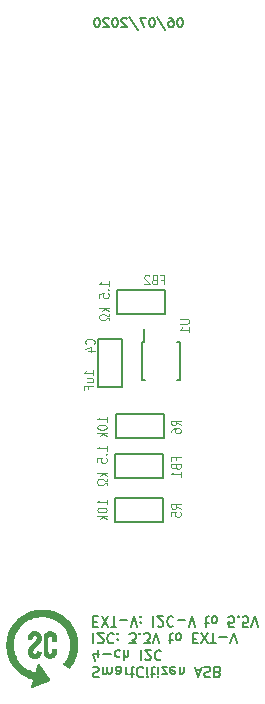
<source format=gbr>
G04 #@! TF.GenerationSoftware,KiCad,Pcbnew,(5.1.5-0-10_14)*
G04 #@! TF.CreationDate,2020-07-07T18:08:04+02:00*
G04 #@! TF.ProjectId,smartcitizen-adc-4-ch,736d6172-7463-4697-9469-7a656e2d6164,rev?*
G04 #@! TF.SameCoordinates,Original*
G04 #@! TF.FileFunction,Legend,Bot*
G04 #@! TF.FilePolarity,Positive*
%FSLAX46Y46*%
G04 Gerber Fmt 4.6, Leading zero omitted, Abs format (unit mm)*
G04 Created by KiCad (PCBNEW (5.1.5-0-10_14)) date 2020-07-07 18:08:04*
%MOMM*%
%LPD*%
G04 APERTURE LIST*
%ADD10C,0.150000*%
%ADD11C,0.200000*%
%ADD12C,0.010000*%
%ADD13C,0.127000*%
%ADD14C,0.120000*%
G04 APERTURE END LIST*
D10*
X152659404Y-110993452D02*
X152780833Y-110952976D01*
X152983214Y-110952976D01*
X153064166Y-110993452D01*
X153104642Y-111033928D01*
X153145119Y-111114880D01*
X153145119Y-111195833D01*
X153104642Y-111276785D01*
X153064166Y-111317261D01*
X152983214Y-111357738D01*
X152821309Y-111398214D01*
X152740357Y-111438690D01*
X152699880Y-111479166D01*
X152659404Y-111560119D01*
X152659404Y-111641071D01*
X152699880Y-111722023D01*
X152740357Y-111762500D01*
X152821309Y-111802976D01*
X153023690Y-111802976D01*
X153145119Y-111762500D01*
X153509404Y-110952976D02*
X153509404Y-111519642D01*
X153509404Y-111438690D02*
X153549880Y-111479166D01*
X153630833Y-111519642D01*
X153752261Y-111519642D01*
X153833214Y-111479166D01*
X153873690Y-111398214D01*
X153873690Y-110952976D01*
X153873690Y-111398214D02*
X153914166Y-111479166D01*
X153995119Y-111519642D01*
X154116547Y-111519642D01*
X154197500Y-111479166D01*
X154237976Y-111398214D01*
X154237976Y-110952976D01*
X155007023Y-110952976D02*
X155007023Y-111398214D01*
X154966547Y-111479166D01*
X154885595Y-111519642D01*
X154723690Y-111519642D01*
X154642738Y-111479166D01*
X155007023Y-110993452D02*
X154926071Y-110952976D01*
X154723690Y-110952976D01*
X154642738Y-110993452D01*
X154602261Y-111074404D01*
X154602261Y-111155357D01*
X154642738Y-111236309D01*
X154723690Y-111276785D01*
X154926071Y-111276785D01*
X155007023Y-111317261D01*
X155411785Y-110952976D02*
X155411785Y-111519642D01*
X155411785Y-111357738D02*
X155452261Y-111438690D01*
X155492738Y-111479166D01*
X155573690Y-111519642D01*
X155654642Y-111519642D01*
X155816547Y-111519642D02*
X156140357Y-111519642D01*
X155937976Y-111802976D02*
X155937976Y-111074404D01*
X155978452Y-110993452D01*
X156059404Y-110952976D01*
X156140357Y-110952976D01*
X156909404Y-111033928D02*
X156868928Y-110993452D01*
X156747500Y-110952976D01*
X156666547Y-110952976D01*
X156545119Y-110993452D01*
X156464166Y-111074404D01*
X156423690Y-111155357D01*
X156383214Y-111317261D01*
X156383214Y-111438690D01*
X156423690Y-111600595D01*
X156464166Y-111681547D01*
X156545119Y-111762500D01*
X156666547Y-111802976D01*
X156747500Y-111802976D01*
X156868928Y-111762500D01*
X156909404Y-111722023D01*
X157273690Y-110952976D02*
X157273690Y-111519642D01*
X157273690Y-111802976D02*
X157233214Y-111762500D01*
X157273690Y-111722023D01*
X157314166Y-111762500D01*
X157273690Y-111802976D01*
X157273690Y-111722023D01*
X157557023Y-111519642D02*
X157880833Y-111519642D01*
X157678452Y-111802976D02*
X157678452Y-111074404D01*
X157718928Y-110993452D01*
X157799880Y-110952976D01*
X157880833Y-110952976D01*
X158164166Y-110952976D02*
X158164166Y-111519642D01*
X158164166Y-111802976D02*
X158123690Y-111762500D01*
X158164166Y-111722023D01*
X158204642Y-111762500D01*
X158164166Y-111802976D01*
X158164166Y-111722023D01*
X158487976Y-111519642D02*
X158933214Y-111519642D01*
X158487976Y-110952976D01*
X158933214Y-110952976D01*
X159580833Y-110993452D02*
X159499880Y-110952976D01*
X159337976Y-110952976D01*
X159257023Y-110993452D01*
X159216547Y-111074404D01*
X159216547Y-111398214D01*
X159257023Y-111479166D01*
X159337976Y-111519642D01*
X159499880Y-111519642D01*
X159580833Y-111479166D01*
X159621309Y-111398214D01*
X159621309Y-111317261D01*
X159216547Y-111236309D01*
X159985595Y-111519642D02*
X159985595Y-110952976D01*
X159985595Y-111438690D02*
X160026071Y-111479166D01*
X160107023Y-111519642D01*
X160228452Y-111519642D01*
X160309404Y-111479166D01*
X160349880Y-111398214D01*
X160349880Y-110952976D01*
X161361785Y-111195833D02*
X161766547Y-111195833D01*
X161280833Y-110952976D02*
X161564166Y-111802976D01*
X161847500Y-110952976D01*
X162090357Y-110993452D02*
X162211785Y-110952976D01*
X162414166Y-110952976D01*
X162495119Y-110993452D01*
X162535595Y-111033928D01*
X162576071Y-111114880D01*
X162576071Y-111195833D01*
X162535595Y-111276785D01*
X162495119Y-111317261D01*
X162414166Y-111357738D01*
X162252261Y-111398214D01*
X162171309Y-111438690D01*
X162130833Y-111479166D01*
X162090357Y-111560119D01*
X162090357Y-111641071D01*
X162130833Y-111722023D01*
X162171309Y-111762500D01*
X162252261Y-111802976D01*
X162454642Y-111802976D01*
X162576071Y-111762500D01*
X163223690Y-111398214D02*
X163345119Y-111357738D01*
X163385595Y-111317261D01*
X163426071Y-111236309D01*
X163426071Y-111114880D01*
X163385595Y-111033928D01*
X163345119Y-110993452D01*
X163264166Y-110952976D01*
X162940357Y-110952976D01*
X162940357Y-111802976D01*
X163223690Y-111802976D01*
X163304642Y-111762500D01*
X163345119Y-111722023D01*
X163385595Y-111641071D01*
X163385595Y-111560119D01*
X163345119Y-111479166D01*
X163304642Y-111438690D01*
X163223690Y-111398214D01*
X162940357Y-111398214D01*
X153064166Y-110094642D02*
X153064166Y-109527976D01*
X152861785Y-110418452D02*
X152659404Y-109811309D01*
X153185595Y-109811309D01*
X153509404Y-109851785D02*
X154157023Y-109851785D01*
X154926071Y-109568452D02*
X154845119Y-109527976D01*
X154683214Y-109527976D01*
X154602261Y-109568452D01*
X154561785Y-109608928D01*
X154521309Y-109689880D01*
X154521309Y-109932738D01*
X154561785Y-110013690D01*
X154602261Y-110054166D01*
X154683214Y-110094642D01*
X154845119Y-110094642D01*
X154926071Y-110054166D01*
X155290357Y-109527976D02*
X155290357Y-110377976D01*
X155654642Y-109527976D02*
X155654642Y-109973214D01*
X155614166Y-110054166D01*
X155533214Y-110094642D01*
X155411785Y-110094642D01*
X155330833Y-110054166D01*
X155290357Y-110013690D01*
X156707023Y-109527976D02*
X156707023Y-110377976D01*
X157071309Y-110297023D02*
X157111785Y-110337500D01*
X157192738Y-110377976D01*
X157395119Y-110377976D01*
X157476071Y-110337500D01*
X157516547Y-110297023D01*
X157557023Y-110216071D01*
X157557023Y-110135119D01*
X157516547Y-110013690D01*
X157030833Y-109527976D01*
X157557023Y-109527976D01*
X158407023Y-109608928D02*
X158366547Y-109568452D01*
X158245119Y-109527976D01*
X158164166Y-109527976D01*
X158042738Y-109568452D01*
X157961785Y-109649404D01*
X157921309Y-109730357D01*
X157880833Y-109892261D01*
X157880833Y-110013690D01*
X157921309Y-110175595D01*
X157961785Y-110256547D01*
X158042738Y-110337500D01*
X158164166Y-110377976D01*
X158245119Y-110377976D01*
X158366547Y-110337500D01*
X158407023Y-110297023D01*
X152699880Y-108102976D02*
X152699880Y-108952976D01*
X153064166Y-108872023D02*
X153104642Y-108912500D01*
X153185595Y-108952976D01*
X153387976Y-108952976D01*
X153468928Y-108912500D01*
X153509404Y-108872023D01*
X153549880Y-108791071D01*
X153549880Y-108710119D01*
X153509404Y-108588690D01*
X153023690Y-108102976D01*
X153549880Y-108102976D01*
X154399880Y-108183928D02*
X154359404Y-108143452D01*
X154237976Y-108102976D01*
X154157023Y-108102976D01*
X154035595Y-108143452D01*
X153954642Y-108224404D01*
X153914166Y-108305357D01*
X153873690Y-108467261D01*
X153873690Y-108588690D01*
X153914166Y-108750595D01*
X153954642Y-108831547D01*
X154035595Y-108912500D01*
X154157023Y-108952976D01*
X154237976Y-108952976D01*
X154359404Y-108912500D01*
X154399880Y-108872023D01*
X154764166Y-108183928D02*
X154804642Y-108143452D01*
X154764166Y-108102976D01*
X154723690Y-108143452D01*
X154764166Y-108183928D01*
X154764166Y-108102976D01*
X154764166Y-108629166D02*
X154804642Y-108588690D01*
X154764166Y-108548214D01*
X154723690Y-108588690D01*
X154764166Y-108629166D01*
X154764166Y-108548214D01*
X155735595Y-108952976D02*
X156261785Y-108952976D01*
X155978452Y-108629166D01*
X156099880Y-108629166D01*
X156180833Y-108588690D01*
X156221309Y-108548214D01*
X156261785Y-108467261D01*
X156261785Y-108264880D01*
X156221309Y-108183928D01*
X156180833Y-108143452D01*
X156099880Y-108102976D01*
X155857023Y-108102976D01*
X155776071Y-108143452D01*
X155735595Y-108183928D01*
X156626071Y-108183928D02*
X156666547Y-108143452D01*
X156626071Y-108102976D01*
X156585595Y-108143452D01*
X156626071Y-108183928D01*
X156626071Y-108102976D01*
X156949880Y-108952976D02*
X157476071Y-108952976D01*
X157192738Y-108629166D01*
X157314166Y-108629166D01*
X157395119Y-108588690D01*
X157435595Y-108548214D01*
X157476071Y-108467261D01*
X157476071Y-108264880D01*
X157435595Y-108183928D01*
X157395119Y-108143452D01*
X157314166Y-108102976D01*
X157071309Y-108102976D01*
X156990357Y-108143452D01*
X156949880Y-108183928D01*
X157718928Y-108952976D02*
X158002261Y-108102976D01*
X158285595Y-108952976D01*
X159095119Y-108669642D02*
X159418928Y-108669642D01*
X159216547Y-108952976D02*
X159216547Y-108224404D01*
X159257023Y-108143452D01*
X159337976Y-108102976D01*
X159418928Y-108102976D01*
X159823690Y-108102976D02*
X159742738Y-108143452D01*
X159702261Y-108183928D01*
X159661785Y-108264880D01*
X159661785Y-108507738D01*
X159702261Y-108588690D01*
X159742738Y-108629166D01*
X159823690Y-108669642D01*
X159945119Y-108669642D01*
X160026071Y-108629166D01*
X160066547Y-108588690D01*
X160107023Y-108507738D01*
X160107023Y-108264880D01*
X160066547Y-108183928D01*
X160026071Y-108143452D01*
X159945119Y-108102976D01*
X159823690Y-108102976D01*
X161118928Y-108548214D02*
X161402261Y-108548214D01*
X161523690Y-108102976D02*
X161118928Y-108102976D01*
X161118928Y-108952976D01*
X161523690Y-108952976D01*
X161807023Y-108952976D02*
X162373690Y-108102976D01*
X162373690Y-108952976D02*
X161807023Y-108102976D01*
X162576071Y-108952976D02*
X163061785Y-108952976D01*
X162818928Y-108102976D02*
X162818928Y-108952976D01*
X163345119Y-108426785D02*
X163992738Y-108426785D01*
X164276071Y-108952976D02*
X164559404Y-108102976D01*
X164842738Y-108952976D01*
X152699880Y-107123214D02*
X152983214Y-107123214D01*
X153104642Y-106677976D02*
X152699880Y-106677976D01*
X152699880Y-107527976D01*
X153104642Y-107527976D01*
X153387976Y-107527976D02*
X153954642Y-106677976D01*
X153954642Y-107527976D02*
X153387976Y-106677976D01*
X154157023Y-107527976D02*
X154642738Y-107527976D01*
X154399880Y-106677976D02*
X154399880Y-107527976D01*
X154926071Y-107001785D02*
X155573690Y-107001785D01*
X155857023Y-107527976D02*
X156140357Y-106677976D01*
X156423690Y-107527976D01*
X156707023Y-106758928D02*
X156747500Y-106718452D01*
X156707023Y-106677976D01*
X156666547Y-106718452D01*
X156707023Y-106758928D01*
X156707023Y-106677976D01*
X156707023Y-107204166D02*
X156747500Y-107163690D01*
X156707023Y-107123214D01*
X156666547Y-107163690D01*
X156707023Y-107204166D01*
X156707023Y-107123214D01*
X157759404Y-106677976D02*
X157759404Y-107527976D01*
X158123690Y-107447023D02*
X158164166Y-107487500D01*
X158245119Y-107527976D01*
X158447500Y-107527976D01*
X158528452Y-107487500D01*
X158568928Y-107447023D01*
X158609404Y-107366071D01*
X158609404Y-107285119D01*
X158568928Y-107163690D01*
X158083214Y-106677976D01*
X158609404Y-106677976D01*
X159459404Y-106758928D02*
X159418928Y-106718452D01*
X159297500Y-106677976D01*
X159216547Y-106677976D01*
X159095119Y-106718452D01*
X159014166Y-106799404D01*
X158973690Y-106880357D01*
X158933214Y-107042261D01*
X158933214Y-107163690D01*
X158973690Y-107325595D01*
X159014166Y-107406547D01*
X159095119Y-107487500D01*
X159216547Y-107527976D01*
X159297500Y-107527976D01*
X159418928Y-107487500D01*
X159459404Y-107447023D01*
X159823690Y-107001785D02*
X160471309Y-107001785D01*
X160754642Y-107527976D02*
X161037976Y-106677976D01*
X161321309Y-107527976D01*
X162130833Y-107244642D02*
X162454642Y-107244642D01*
X162252261Y-107527976D02*
X162252261Y-106799404D01*
X162292738Y-106718452D01*
X162373690Y-106677976D01*
X162454642Y-106677976D01*
X162859404Y-106677976D02*
X162778452Y-106718452D01*
X162737976Y-106758928D01*
X162697500Y-106839880D01*
X162697500Y-107082738D01*
X162737976Y-107163690D01*
X162778452Y-107204166D01*
X162859404Y-107244642D01*
X162980833Y-107244642D01*
X163061785Y-107204166D01*
X163102261Y-107163690D01*
X163142738Y-107082738D01*
X163142738Y-106839880D01*
X163102261Y-106758928D01*
X163061785Y-106718452D01*
X162980833Y-106677976D01*
X162859404Y-106677976D01*
X164559404Y-107527976D02*
X164154642Y-107527976D01*
X164114166Y-107123214D01*
X164154642Y-107163690D01*
X164235595Y-107204166D01*
X164437976Y-107204166D01*
X164518928Y-107163690D01*
X164559404Y-107123214D01*
X164599880Y-107042261D01*
X164599880Y-106839880D01*
X164559404Y-106758928D01*
X164518928Y-106718452D01*
X164437976Y-106677976D01*
X164235595Y-106677976D01*
X164154642Y-106718452D01*
X164114166Y-106758928D01*
X164964166Y-106758928D02*
X165004642Y-106718452D01*
X164964166Y-106677976D01*
X164923690Y-106718452D01*
X164964166Y-106758928D01*
X164964166Y-106677976D01*
X165773690Y-107527976D02*
X165368928Y-107527976D01*
X165328452Y-107123214D01*
X165368928Y-107163690D01*
X165449880Y-107204166D01*
X165652261Y-107204166D01*
X165733214Y-107163690D01*
X165773690Y-107123214D01*
X165814166Y-107042261D01*
X165814166Y-106839880D01*
X165773690Y-106758928D01*
X165733214Y-106718452D01*
X165652261Y-106677976D01*
X165449880Y-106677976D01*
X165368928Y-106718452D01*
X165328452Y-106758928D01*
X166057023Y-107527976D02*
X166340357Y-106677976D01*
X166623690Y-107527976D01*
D11*
X160052857Y-55991904D02*
X159976666Y-55991904D01*
X159900476Y-56030000D01*
X159862380Y-56068095D01*
X159824285Y-56144285D01*
X159786190Y-56296666D01*
X159786190Y-56487142D01*
X159824285Y-56639523D01*
X159862380Y-56715714D01*
X159900476Y-56753809D01*
X159976666Y-56791904D01*
X160052857Y-56791904D01*
X160129047Y-56753809D01*
X160167142Y-56715714D01*
X160205238Y-56639523D01*
X160243333Y-56487142D01*
X160243333Y-56296666D01*
X160205238Y-56144285D01*
X160167142Y-56068095D01*
X160129047Y-56030000D01*
X160052857Y-55991904D01*
X159100476Y-55991904D02*
X159252857Y-55991904D01*
X159329047Y-56030000D01*
X159367142Y-56068095D01*
X159443333Y-56182380D01*
X159481428Y-56334761D01*
X159481428Y-56639523D01*
X159443333Y-56715714D01*
X159405238Y-56753809D01*
X159329047Y-56791904D01*
X159176666Y-56791904D01*
X159100476Y-56753809D01*
X159062380Y-56715714D01*
X159024285Y-56639523D01*
X159024285Y-56449047D01*
X159062380Y-56372857D01*
X159100476Y-56334761D01*
X159176666Y-56296666D01*
X159329047Y-56296666D01*
X159405238Y-56334761D01*
X159443333Y-56372857D01*
X159481428Y-56449047D01*
X158110000Y-55953809D02*
X158795714Y-56982380D01*
X157690952Y-55991904D02*
X157614761Y-55991904D01*
X157538571Y-56030000D01*
X157500476Y-56068095D01*
X157462380Y-56144285D01*
X157424285Y-56296666D01*
X157424285Y-56487142D01*
X157462380Y-56639523D01*
X157500476Y-56715714D01*
X157538571Y-56753809D01*
X157614761Y-56791904D01*
X157690952Y-56791904D01*
X157767142Y-56753809D01*
X157805238Y-56715714D01*
X157843333Y-56639523D01*
X157881428Y-56487142D01*
X157881428Y-56296666D01*
X157843333Y-56144285D01*
X157805238Y-56068095D01*
X157767142Y-56030000D01*
X157690952Y-55991904D01*
X157157619Y-55991904D02*
X156624285Y-55991904D01*
X156967142Y-56791904D01*
X155748095Y-55953809D02*
X156433809Y-56982380D01*
X155519523Y-56068095D02*
X155481428Y-56030000D01*
X155405238Y-55991904D01*
X155214761Y-55991904D01*
X155138571Y-56030000D01*
X155100476Y-56068095D01*
X155062380Y-56144285D01*
X155062380Y-56220476D01*
X155100476Y-56334761D01*
X155557619Y-56791904D01*
X155062380Y-56791904D01*
X154567142Y-55991904D02*
X154490952Y-55991904D01*
X154414761Y-56030000D01*
X154376666Y-56068095D01*
X154338571Y-56144285D01*
X154300476Y-56296666D01*
X154300476Y-56487142D01*
X154338571Y-56639523D01*
X154376666Y-56715714D01*
X154414761Y-56753809D01*
X154490952Y-56791904D01*
X154567142Y-56791904D01*
X154643333Y-56753809D01*
X154681428Y-56715714D01*
X154719523Y-56639523D01*
X154757619Y-56487142D01*
X154757619Y-56296666D01*
X154719523Y-56144285D01*
X154681428Y-56068095D01*
X154643333Y-56030000D01*
X154567142Y-55991904D01*
X153995714Y-56068095D02*
X153957619Y-56030000D01*
X153881428Y-55991904D01*
X153690952Y-55991904D01*
X153614761Y-56030000D01*
X153576666Y-56068095D01*
X153538571Y-56144285D01*
X153538571Y-56220476D01*
X153576666Y-56334761D01*
X154033809Y-56791904D01*
X153538571Y-56791904D01*
X153043333Y-55991904D02*
X152967142Y-55991904D01*
X152890952Y-56030000D01*
X152852857Y-56068095D01*
X152814761Y-56144285D01*
X152776666Y-56296666D01*
X152776666Y-56487142D01*
X152814761Y-56639523D01*
X152852857Y-56715714D01*
X152890952Y-56753809D01*
X152967142Y-56791904D01*
X153043333Y-56791904D01*
X153119523Y-56753809D01*
X153157619Y-56715714D01*
X153195714Y-56639523D01*
X153233809Y-56487142D01*
X153233809Y-56296666D01*
X153195714Y-56144285D01*
X153157619Y-56068095D01*
X153119523Y-56030000D01*
X153043333Y-55991904D01*
D12*
G36*
X149027669Y-110173423D02*
G01*
X149062492Y-110171923D01*
X149093173Y-110169315D01*
X149116870Y-110165628D01*
X149117394Y-110165512D01*
X149189322Y-110144467D01*
X149256140Y-110114822D01*
X149317360Y-110076958D01*
X149372497Y-110031254D01*
X149421063Y-109978090D01*
X149462572Y-109917847D01*
X149483099Y-109880060D01*
X149495440Y-109854587D01*
X149505566Y-109831887D01*
X149513709Y-109810561D01*
X149520104Y-109789207D01*
X149524984Y-109766424D01*
X149528583Y-109740811D01*
X149531136Y-109710966D01*
X149532875Y-109675489D01*
X149534034Y-109632978D01*
X149534848Y-109582032D01*
X149535011Y-109568910D01*
X149537049Y-109400000D01*
X149180720Y-109400000D01*
X149180720Y-109547130D01*
X149180675Y-109590143D01*
X149180490Y-109624315D01*
X149180085Y-109650963D01*
X149179379Y-109671407D01*
X149178293Y-109686964D01*
X149176748Y-109698953D01*
X149174664Y-109708692D01*
X149171961Y-109717499D01*
X149170129Y-109722566D01*
X149154523Y-109752398D01*
X149131294Y-109781434D01*
X149102832Y-109807164D01*
X149071528Y-109827074D01*
X149069872Y-109827901D01*
X149052235Y-109836084D01*
X149037672Y-109841039D01*
X149022383Y-109843557D01*
X149002568Y-109844432D01*
X148990326Y-109844500D01*
X148966238Y-109844050D01*
X148948439Y-109842214D01*
X148933081Y-109838262D01*
X148916314Y-109831466D01*
X148912635Y-109829785D01*
X148882626Y-109811606D01*
X148853892Y-109786435D01*
X148829172Y-109757138D01*
X148811210Y-109726576D01*
X148809102Y-109721651D01*
X148797180Y-109692100D01*
X148797180Y-108421886D01*
X148813779Y-108388167D01*
X148835740Y-108352975D01*
X148863654Y-108323127D01*
X148895666Y-108300306D01*
X148924818Y-108287653D01*
X148969483Y-108278854D01*
X149013647Y-108279686D01*
X149055998Y-108289776D01*
X149095221Y-108308751D01*
X149130003Y-108336240D01*
X149142124Y-108349239D01*
X149151877Y-108361056D01*
X149159835Y-108372253D01*
X149166180Y-108383989D01*
X149171093Y-108397423D01*
X149174758Y-108413712D01*
X149177356Y-108434016D01*
X149179068Y-108459493D01*
X149180078Y-108491301D01*
X149180565Y-108530600D01*
X149180714Y-108578548D01*
X149180720Y-108595011D01*
X149180720Y-108765000D01*
X149536320Y-108765000D01*
X149536320Y-108582786D01*
X149536192Y-108526847D01*
X149535734Y-108479804D01*
X149534833Y-108440395D01*
X149533376Y-108407359D01*
X149531251Y-108379434D01*
X149528345Y-108355358D01*
X149524546Y-108333870D01*
X149519740Y-108313708D01*
X149513814Y-108293609D01*
X149509268Y-108279860D01*
X149482943Y-108217957D01*
X149447774Y-108159125D01*
X149404889Y-108104495D01*
X149355419Y-108055196D01*
X149300491Y-108012356D01*
X149241233Y-107977104D01*
X149180720Y-107951240D01*
X149135390Y-107938604D01*
X149083992Y-107929478D01*
X149030113Y-107924205D01*
X148977336Y-107923128D01*
X148929249Y-107926589D01*
X148926492Y-107926962D01*
X148856182Y-107941845D01*
X148788903Y-107966298D01*
X148725167Y-108000049D01*
X148665484Y-108042826D01*
X148610364Y-108094356D01*
X148608216Y-108096645D01*
X148567794Y-108145058D01*
X148535233Y-108195953D01*
X148509299Y-108251583D01*
X148488760Y-108314198D01*
X148488428Y-108315420D01*
X148486843Y-108321359D01*
X148485416Y-108327238D01*
X148484138Y-108333599D01*
X148482999Y-108340988D01*
X148481989Y-108349948D01*
X148481099Y-108361023D01*
X148480318Y-108374757D01*
X148479638Y-108391694D01*
X148479048Y-108412378D01*
X148478538Y-108437351D01*
X148478100Y-108467160D01*
X148477722Y-108502346D01*
X148477396Y-108543455D01*
X148477112Y-108591030D01*
X148476859Y-108645615D01*
X148476629Y-108707753D01*
X148476411Y-108777989D01*
X148476196Y-108856867D01*
X148475974Y-108944930D01*
X148475786Y-109021540D01*
X148475554Y-109131947D01*
X148475420Y-109232385D01*
X148475386Y-109323045D01*
X148475453Y-109404117D01*
X148475622Y-109475792D01*
X148475894Y-109538260D01*
X148476270Y-109591713D01*
X148476750Y-109636341D01*
X148477337Y-109672334D01*
X148478031Y-109699883D01*
X148478833Y-109719179D01*
X148479717Y-109730200D01*
X148493276Y-109796802D01*
X148516042Y-109860358D01*
X148547338Y-109920169D01*
X148586485Y-109975537D01*
X148632804Y-110025760D01*
X148685619Y-110070141D01*
X148744249Y-110107978D01*
X148808019Y-110138573D01*
X148876248Y-110161225D01*
X148903860Y-110167743D01*
X148926800Y-110170974D01*
X148956979Y-110172978D01*
X148991549Y-110173784D01*
X149027669Y-110173423D01*
G37*
X149027669Y-110173423D02*
X149062492Y-110171923D01*
X149093173Y-110169315D01*
X149116870Y-110165628D01*
X149117394Y-110165512D01*
X149189322Y-110144467D01*
X149256140Y-110114822D01*
X149317360Y-110076958D01*
X149372497Y-110031254D01*
X149421063Y-109978090D01*
X149462572Y-109917847D01*
X149483099Y-109880060D01*
X149495440Y-109854587D01*
X149505566Y-109831887D01*
X149513709Y-109810561D01*
X149520104Y-109789207D01*
X149524984Y-109766424D01*
X149528583Y-109740811D01*
X149531136Y-109710966D01*
X149532875Y-109675489D01*
X149534034Y-109632978D01*
X149534848Y-109582032D01*
X149535011Y-109568910D01*
X149537049Y-109400000D01*
X149180720Y-109400000D01*
X149180720Y-109547130D01*
X149180675Y-109590143D01*
X149180490Y-109624315D01*
X149180085Y-109650963D01*
X149179379Y-109671407D01*
X149178293Y-109686964D01*
X149176748Y-109698953D01*
X149174664Y-109708692D01*
X149171961Y-109717499D01*
X149170129Y-109722566D01*
X149154523Y-109752398D01*
X149131294Y-109781434D01*
X149102832Y-109807164D01*
X149071528Y-109827074D01*
X149069872Y-109827901D01*
X149052235Y-109836084D01*
X149037672Y-109841039D01*
X149022383Y-109843557D01*
X149002568Y-109844432D01*
X148990326Y-109844500D01*
X148966238Y-109844050D01*
X148948439Y-109842214D01*
X148933081Y-109838262D01*
X148916314Y-109831466D01*
X148912635Y-109829785D01*
X148882626Y-109811606D01*
X148853892Y-109786435D01*
X148829172Y-109757138D01*
X148811210Y-109726576D01*
X148809102Y-109721651D01*
X148797180Y-109692100D01*
X148797180Y-108421886D01*
X148813779Y-108388167D01*
X148835740Y-108352975D01*
X148863654Y-108323127D01*
X148895666Y-108300306D01*
X148924818Y-108287653D01*
X148969483Y-108278854D01*
X149013647Y-108279686D01*
X149055998Y-108289776D01*
X149095221Y-108308751D01*
X149130003Y-108336240D01*
X149142124Y-108349239D01*
X149151877Y-108361056D01*
X149159835Y-108372253D01*
X149166180Y-108383989D01*
X149171093Y-108397423D01*
X149174758Y-108413712D01*
X149177356Y-108434016D01*
X149179068Y-108459493D01*
X149180078Y-108491301D01*
X149180565Y-108530600D01*
X149180714Y-108578548D01*
X149180720Y-108595011D01*
X149180720Y-108765000D01*
X149536320Y-108765000D01*
X149536320Y-108582786D01*
X149536192Y-108526847D01*
X149535734Y-108479804D01*
X149534833Y-108440395D01*
X149533376Y-108407359D01*
X149531251Y-108379434D01*
X149528345Y-108355358D01*
X149524546Y-108333870D01*
X149519740Y-108313708D01*
X149513814Y-108293609D01*
X149509268Y-108279860D01*
X149482943Y-108217957D01*
X149447774Y-108159125D01*
X149404889Y-108104495D01*
X149355419Y-108055196D01*
X149300491Y-108012356D01*
X149241233Y-107977104D01*
X149180720Y-107951240D01*
X149135390Y-107938604D01*
X149083992Y-107929478D01*
X149030113Y-107924205D01*
X148977336Y-107923128D01*
X148929249Y-107926589D01*
X148926492Y-107926962D01*
X148856182Y-107941845D01*
X148788903Y-107966298D01*
X148725167Y-108000049D01*
X148665484Y-108042826D01*
X148610364Y-108094356D01*
X148608216Y-108096645D01*
X148567794Y-108145058D01*
X148535233Y-108195953D01*
X148509299Y-108251583D01*
X148488760Y-108314198D01*
X148488428Y-108315420D01*
X148486843Y-108321359D01*
X148485416Y-108327238D01*
X148484138Y-108333599D01*
X148482999Y-108340988D01*
X148481989Y-108349948D01*
X148481099Y-108361023D01*
X148480318Y-108374757D01*
X148479638Y-108391694D01*
X148479048Y-108412378D01*
X148478538Y-108437351D01*
X148478100Y-108467160D01*
X148477722Y-108502346D01*
X148477396Y-108543455D01*
X148477112Y-108591030D01*
X148476859Y-108645615D01*
X148476629Y-108707753D01*
X148476411Y-108777989D01*
X148476196Y-108856867D01*
X148475974Y-108944930D01*
X148475786Y-109021540D01*
X148475554Y-109131947D01*
X148475420Y-109232385D01*
X148475386Y-109323045D01*
X148475453Y-109404117D01*
X148475622Y-109475792D01*
X148475894Y-109538260D01*
X148476270Y-109591713D01*
X148476750Y-109636341D01*
X148477337Y-109672334D01*
X148478031Y-109699883D01*
X148478833Y-109719179D01*
X148479717Y-109730200D01*
X148493276Y-109796802D01*
X148516042Y-109860358D01*
X148547338Y-109920169D01*
X148586485Y-109975537D01*
X148632804Y-110025760D01*
X148685619Y-110070141D01*
X148744249Y-110107978D01*
X148808019Y-110138573D01*
X148876248Y-110161225D01*
X148903860Y-110167743D01*
X148926800Y-110170974D01*
X148956979Y-110172978D01*
X148991549Y-110173784D01*
X149027669Y-110173423D01*
G36*
X147761957Y-110198215D02*
G01*
X147830711Y-110187007D01*
X147896231Y-110168715D01*
X147932193Y-110154792D01*
X147970759Y-110136878D01*
X148002748Y-110118803D01*
X148031529Y-110098322D01*
X148060468Y-110073190D01*
X148073793Y-110060400D01*
X148119877Y-110009356D01*
X148157166Y-109954864D01*
X148186641Y-109895275D01*
X148207355Y-109835729D01*
X148212785Y-109815187D01*
X148218338Y-109791118D01*
X148223646Y-109765557D01*
X148228338Y-109740541D01*
X148232045Y-109718105D01*
X148234399Y-109700284D01*
X148235029Y-109689115D01*
X148234438Y-109686466D01*
X148228925Y-109684891D01*
X148214874Y-109681853D01*
X148193761Y-109677620D01*
X148167060Y-109672462D01*
X148136245Y-109666646D01*
X148102792Y-109660442D01*
X148068173Y-109654119D01*
X148033865Y-109647944D01*
X148001340Y-109642187D01*
X147972074Y-109637117D01*
X147947541Y-109633002D01*
X147929215Y-109630111D01*
X147918572Y-109628713D01*
X147917070Y-109628625D01*
X147908116Y-109631207D01*
X147905640Y-109640626D01*
X147905640Y-109640649D01*
X147903783Y-109657254D01*
X147898773Y-109680403D01*
X147891447Y-109707295D01*
X147882643Y-109735131D01*
X147873200Y-109761112D01*
X147863955Y-109782437D01*
X147862096Y-109786101D01*
X147836944Y-109825419D01*
X147807687Y-109855443D01*
X147774315Y-109876179D01*
X147736819Y-109887633D01*
X147695188Y-109889810D01*
X147671346Y-109887188D01*
X147638462Y-109879284D01*
X147611766Y-109866327D01*
X147587818Y-109846518D01*
X147581922Y-109840354D01*
X147558749Y-109810544D01*
X147541799Y-109777465D01*
X147530583Y-109739563D01*
X147524614Y-109695288D01*
X147523288Y-109654000D01*
X147526686Y-109599411D01*
X147536926Y-109547389D01*
X147554574Y-109496436D01*
X147580195Y-109445056D01*
X147614354Y-109391748D01*
X147630557Y-109369520D01*
X147654856Y-109338755D01*
X147680873Y-109309130D01*
X147710077Y-109279181D01*
X147743937Y-109247446D01*
X147783921Y-109212463D01*
X147811660Y-109189140D01*
X147847607Y-109159008D01*
X147877579Y-109133177D01*
X147903638Y-109109733D01*
X147927844Y-109086758D01*
X147952257Y-109062338D01*
X147978938Y-109034556D01*
X147986317Y-109026741D01*
X148048174Y-108957399D01*
X148100832Y-108890289D01*
X148144775Y-108824563D01*
X148180486Y-108759373D01*
X148208448Y-108693872D01*
X148229144Y-108627211D01*
X148238712Y-108584020D01*
X148242912Y-108551450D01*
X148244948Y-108512015D01*
X148244909Y-108468755D01*
X148242884Y-108424713D01*
X148238963Y-108382930D01*
X148233236Y-108346447D01*
X148231479Y-108338280D01*
X148212374Y-108272650D01*
X148186361Y-108210134D01*
X148154259Y-108151952D01*
X148116889Y-108099326D01*
X148075068Y-108053474D01*
X148029615Y-108015617D01*
X148003572Y-107998767D01*
X147941571Y-107968199D01*
X147873854Y-107945127D01*
X147801835Y-107929808D01*
X147726923Y-107922494D01*
X147650532Y-107923443D01*
X147609009Y-107927499D01*
X147535238Y-107941482D01*
X147467316Y-107963759D01*
X147405182Y-107994360D01*
X147348772Y-108033314D01*
X147301651Y-108076796D01*
X147253030Y-108135332D01*
X147211684Y-108200822D01*
X147177714Y-108273024D01*
X147151221Y-108351697D01*
X147132305Y-108436601D01*
X147123285Y-108502912D01*
X147121268Y-108524290D01*
X147119955Y-108541496D01*
X147119500Y-108552299D01*
X147119739Y-108554834D01*
X147124916Y-108555502D01*
X147138740Y-108556728D01*
X147159721Y-108558405D01*
X147186370Y-108560431D01*
X147217194Y-108562698D01*
X147250704Y-108565105D01*
X147285409Y-108567544D01*
X147319818Y-108569913D01*
X147352441Y-108572106D01*
X147381788Y-108574019D01*
X147406366Y-108575547D01*
X147424687Y-108576586D01*
X147435260Y-108577030D01*
X147436125Y-108577039D01*
X147441053Y-108576054D01*
X147444840Y-108571927D01*
X147448144Y-108562901D01*
X147451620Y-108547219D01*
X147455612Y-108524970D01*
X147464727Y-108481115D01*
X147476640Y-108437755D01*
X147490430Y-108397757D01*
X147505175Y-108363987D01*
X147510698Y-108353627D01*
X147529114Y-108326822D01*
X147553062Y-108299896D01*
X147579512Y-108275870D01*
X147605430Y-108257766D01*
X147608729Y-108255937D01*
X147646395Y-108241394D01*
X147686676Y-108235973D01*
X147727687Y-108239687D01*
X147767543Y-108252548D01*
X147772402Y-108254825D01*
X147795094Y-108268766D01*
X147819310Y-108288367D01*
X147842188Y-108310886D01*
X147860865Y-108333581D01*
X147870023Y-108348331D01*
X147881993Y-108379499D01*
X147890313Y-108417282D01*
X147894728Y-108458720D01*
X147894982Y-108500851D01*
X147890822Y-108540715D01*
X147887852Y-108555412D01*
X147872340Y-108603276D01*
X147848507Y-108652490D01*
X147817551Y-108700851D01*
X147789956Y-108735724D01*
X147782339Y-108743701D01*
X147768100Y-108757791D01*
X147748073Y-108777200D01*
X147723087Y-108801136D01*
X147693974Y-108828805D01*
X147661566Y-108859413D01*
X147626694Y-108892168D01*
X147593011Y-108923647D01*
X147555475Y-108958831D01*
X147518755Y-108993609D01*
X147483830Y-109027029D01*
X147451683Y-109058135D01*
X147423294Y-109085976D01*
X147399644Y-109109595D01*
X147381713Y-109128041D01*
X147372240Y-109138325D01*
X147323249Y-109196513D01*
X147282199Y-109250972D01*
X147248300Y-109303174D01*
X147220763Y-109354588D01*
X147198800Y-109406685D01*
X147181621Y-109460937D01*
X147168618Y-109517873D01*
X147164603Y-109540224D01*
X147161813Y-109560070D01*
X147160115Y-109579875D01*
X147159374Y-109602101D01*
X147159456Y-109629212D01*
X147160227Y-109663670D01*
X147160378Y-109669069D01*
X147162524Y-109719098D01*
X147166138Y-109761404D01*
X147171637Y-109798372D01*
X147179439Y-109832384D01*
X147189964Y-109865825D01*
X147199234Y-109890314D01*
X147228999Y-109952134D01*
X147266490Y-110009131D01*
X147310714Y-110060201D01*
X147360679Y-110104243D01*
X147415395Y-110140155D01*
X147431735Y-110148755D01*
X147490061Y-110172642D01*
X147554019Y-110189554D01*
X147621837Y-110199467D01*
X147691741Y-110202361D01*
X147761957Y-110198215D01*
G37*
X147761957Y-110198215D02*
X147830711Y-110187007D01*
X147896231Y-110168715D01*
X147932193Y-110154792D01*
X147970759Y-110136878D01*
X148002748Y-110118803D01*
X148031529Y-110098322D01*
X148060468Y-110073190D01*
X148073793Y-110060400D01*
X148119877Y-110009356D01*
X148157166Y-109954864D01*
X148186641Y-109895275D01*
X148207355Y-109835729D01*
X148212785Y-109815187D01*
X148218338Y-109791118D01*
X148223646Y-109765557D01*
X148228338Y-109740541D01*
X148232045Y-109718105D01*
X148234399Y-109700284D01*
X148235029Y-109689115D01*
X148234438Y-109686466D01*
X148228925Y-109684891D01*
X148214874Y-109681853D01*
X148193761Y-109677620D01*
X148167060Y-109672462D01*
X148136245Y-109666646D01*
X148102792Y-109660442D01*
X148068173Y-109654119D01*
X148033865Y-109647944D01*
X148001340Y-109642187D01*
X147972074Y-109637117D01*
X147947541Y-109633002D01*
X147929215Y-109630111D01*
X147918572Y-109628713D01*
X147917070Y-109628625D01*
X147908116Y-109631207D01*
X147905640Y-109640626D01*
X147905640Y-109640649D01*
X147903783Y-109657254D01*
X147898773Y-109680403D01*
X147891447Y-109707295D01*
X147882643Y-109735131D01*
X147873200Y-109761112D01*
X147863955Y-109782437D01*
X147862096Y-109786101D01*
X147836944Y-109825419D01*
X147807687Y-109855443D01*
X147774315Y-109876179D01*
X147736819Y-109887633D01*
X147695188Y-109889810D01*
X147671346Y-109887188D01*
X147638462Y-109879284D01*
X147611766Y-109866327D01*
X147587818Y-109846518D01*
X147581922Y-109840354D01*
X147558749Y-109810544D01*
X147541799Y-109777465D01*
X147530583Y-109739563D01*
X147524614Y-109695288D01*
X147523288Y-109654000D01*
X147526686Y-109599411D01*
X147536926Y-109547389D01*
X147554574Y-109496436D01*
X147580195Y-109445056D01*
X147614354Y-109391748D01*
X147630557Y-109369520D01*
X147654856Y-109338755D01*
X147680873Y-109309130D01*
X147710077Y-109279181D01*
X147743937Y-109247446D01*
X147783921Y-109212463D01*
X147811660Y-109189140D01*
X147847607Y-109159008D01*
X147877579Y-109133177D01*
X147903638Y-109109733D01*
X147927844Y-109086758D01*
X147952257Y-109062338D01*
X147978938Y-109034556D01*
X147986317Y-109026741D01*
X148048174Y-108957399D01*
X148100832Y-108890289D01*
X148144775Y-108824563D01*
X148180486Y-108759373D01*
X148208448Y-108693872D01*
X148229144Y-108627211D01*
X148238712Y-108584020D01*
X148242912Y-108551450D01*
X148244948Y-108512015D01*
X148244909Y-108468755D01*
X148242884Y-108424713D01*
X148238963Y-108382930D01*
X148233236Y-108346447D01*
X148231479Y-108338280D01*
X148212374Y-108272650D01*
X148186361Y-108210134D01*
X148154259Y-108151952D01*
X148116889Y-108099326D01*
X148075068Y-108053474D01*
X148029615Y-108015617D01*
X148003572Y-107998767D01*
X147941571Y-107968199D01*
X147873854Y-107945127D01*
X147801835Y-107929808D01*
X147726923Y-107922494D01*
X147650532Y-107923443D01*
X147609009Y-107927499D01*
X147535238Y-107941482D01*
X147467316Y-107963759D01*
X147405182Y-107994360D01*
X147348772Y-108033314D01*
X147301651Y-108076796D01*
X147253030Y-108135332D01*
X147211684Y-108200822D01*
X147177714Y-108273024D01*
X147151221Y-108351697D01*
X147132305Y-108436601D01*
X147123285Y-108502912D01*
X147121268Y-108524290D01*
X147119955Y-108541496D01*
X147119500Y-108552299D01*
X147119739Y-108554834D01*
X147124916Y-108555502D01*
X147138740Y-108556728D01*
X147159721Y-108558405D01*
X147186370Y-108560431D01*
X147217194Y-108562698D01*
X147250704Y-108565105D01*
X147285409Y-108567544D01*
X147319818Y-108569913D01*
X147352441Y-108572106D01*
X147381788Y-108574019D01*
X147406366Y-108575547D01*
X147424687Y-108576586D01*
X147435260Y-108577030D01*
X147436125Y-108577039D01*
X147441053Y-108576054D01*
X147444840Y-108571927D01*
X147448144Y-108562901D01*
X147451620Y-108547219D01*
X147455612Y-108524970D01*
X147464727Y-108481115D01*
X147476640Y-108437755D01*
X147490430Y-108397757D01*
X147505175Y-108363987D01*
X147510698Y-108353627D01*
X147529114Y-108326822D01*
X147553062Y-108299896D01*
X147579512Y-108275870D01*
X147605430Y-108257766D01*
X147608729Y-108255937D01*
X147646395Y-108241394D01*
X147686676Y-108235973D01*
X147727687Y-108239687D01*
X147767543Y-108252548D01*
X147772402Y-108254825D01*
X147795094Y-108268766D01*
X147819310Y-108288367D01*
X147842188Y-108310886D01*
X147860865Y-108333581D01*
X147870023Y-108348331D01*
X147881993Y-108379499D01*
X147890313Y-108417282D01*
X147894728Y-108458720D01*
X147894982Y-108500851D01*
X147890822Y-108540715D01*
X147887852Y-108555412D01*
X147872340Y-108603276D01*
X147848507Y-108652490D01*
X147817551Y-108700851D01*
X147789956Y-108735724D01*
X147782339Y-108743701D01*
X147768100Y-108757791D01*
X147748073Y-108777200D01*
X147723087Y-108801136D01*
X147693974Y-108828805D01*
X147661566Y-108859413D01*
X147626694Y-108892168D01*
X147593011Y-108923647D01*
X147555475Y-108958831D01*
X147518755Y-108993609D01*
X147483830Y-109027029D01*
X147451683Y-109058135D01*
X147423294Y-109085976D01*
X147399644Y-109109595D01*
X147381713Y-109128041D01*
X147372240Y-109138325D01*
X147323249Y-109196513D01*
X147282199Y-109250972D01*
X147248300Y-109303174D01*
X147220763Y-109354588D01*
X147198800Y-109406685D01*
X147181621Y-109460937D01*
X147168618Y-109517873D01*
X147164603Y-109540224D01*
X147161813Y-109560070D01*
X147160115Y-109579875D01*
X147159374Y-109602101D01*
X147159456Y-109629212D01*
X147160227Y-109663670D01*
X147160378Y-109669069D01*
X147162524Y-109719098D01*
X147166138Y-109761404D01*
X147171637Y-109798372D01*
X147179439Y-109832384D01*
X147189964Y-109865825D01*
X147199234Y-109890314D01*
X147228999Y-109952134D01*
X147266490Y-110009131D01*
X147310714Y-110060201D01*
X147360679Y-110104243D01*
X147415395Y-110140155D01*
X147431735Y-110148755D01*
X147490061Y-110172642D01*
X147554019Y-110189554D01*
X147621837Y-110199467D01*
X147691741Y-110202361D01*
X147761957Y-110198215D01*
G36*
X147456536Y-112660296D02*
G01*
X147457708Y-112660179D01*
X147465330Y-112658031D01*
X147481745Y-112652363D01*
X147506316Y-112643427D01*
X147538403Y-112631473D01*
X147577368Y-112616754D01*
X147622573Y-112599519D01*
X147673379Y-112580021D01*
X147729148Y-112558511D01*
X147789241Y-112535240D01*
X147853020Y-112510459D01*
X147919845Y-112484419D01*
X147989080Y-112457372D01*
X148060085Y-112429569D01*
X148132221Y-112401261D01*
X148204851Y-112372700D01*
X148277335Y-112344136D01*
X148349035Y-112315822D01*
X148419314Y-112288007D01*
X148487531Y-112260944D01*
X148553049Y-112234884D01*
X148615229Y-112210077D01*
X148673433Y-112186776D01*
X148727023Y-112165231D01*
X148775359Y-112145694D01*
X148817803Y-112128416D01*
X148853716Y-112113647D01*
X148882461Y-112101641D01*
X148903399Y-112092647D01*
X148915891Y-112086917D01*
X148919094Y-112085129D01*
X148936992Y-112065485D01*
X148948292Y-112040472D01*
X148952418Y-112012905D01*
X148948792Y-111985598D01*
X148942600Y-111970405D01*
X148938534Y-111964129D01*
X148929002Y-111950142D01*
X148914401Y-111929008D01*
X148895131Y-111901293D01*
X148871591Y-111867562D01*
X148844180Y-111828380D01*
X148813295Y-111784312D01*
X148779337Y-111735924D01*
X148742704Y-111683781D01*
X148703794Y-111628448D01*
X148663007Y-111570490D01*
X148620740Y-111510472D01*
X148577394Y-111448959D01*
X148533367Y-111386517D01*
X148489057Y-111323711D01*
X148444864Y-111261107D01*
X148401185Y-111199268D01*
X148358421Y-111138761D01*
X148316969Y-111080150D01*
X148277228Y-111024002D01*
X148239598Y-110970880D01*
X148204477Y-110921350D01*
X148172264Y-110875978D01*
X148143357Y-110835329D01*
X148118156Y-110799967D01*
X148097059Y-110770458D01*
X148080465Y-110747368D01*
X148068773Y-110731260D01*
X148062381Y-110722702D01*
X148061464Y-110721588D01*
X148043061Y-110706435D01*
X148022804Y-110697251D01*
X148010423Y-110695400D01*
X147996512Y-110699866D01*
X147982139Y-110711627D01*
X147969707Y-110728234D01*
X147962484Y-110744265D01*
X147959978Y-110752406D01*
X147954795Y-110769420D01*
X147947193Y-110794451D01*
X147937431Y-110826647D01*
X147925768Y-110865151D01*
X147912462Y-110909110D01*
X147897772Y-110957671D01*
X147881957Y-111009977D01*
X147865276Y-111065176D01*
X147856514Y-111094180D01*
X147839645Y-111149960D01*
X147823614Y-111202848D01*
X147808664Y-111252046D01*
X147795039Y-111296756D01*
X147782985Y-111336180D01*
X147772745Y-111369518D01*
X147764563Y-111395975D01*
X147758685Y-111414750D01*
X147755354Y-111425046D01*
X147754690Y-111426813D01*
X147748742Y-111426903D01*
X147734504Y-111424300D01*
X147713373Y-111419382D01*
X147686741Y-111412531D01*
X147656004Y-111404128D01*
X147622557Y-111394553D01*
X147587794Y-111384187D01*
X147553110Y-111373410D01*
X147522100Y-111363337D01*
X147373765Y-111308794D01*
X147230799Y-111245654D01*
X147092913Y-111173762D01*
X146959822Y-111092962D01*
X146831237Y-111003096D01*
X146765341Y-110952158D01*
X146647709Y-110851687D01*
X146537054Y-110744063D01*
X146433680Y-110629759D01*
X146337893Y-110509247D01*
X146249996Y-110382998D01*
X146170295Y-110251485D01*
X146099094Y-110115179D01*
X146036697Y-109974553D01*
X145983411Y-109830078D01*
X145939538Y-109682226D01*
X145935535Y-109666700D01*
X145901826Y-109513772D01*
X145878208Y-109360114D01*
X145864664Y-109206042D01*
X145861180Y-109051874D01*
X145867740Y-108897928D01*
X145884328Y-108744520D01*
X145910929Y-108591967D01*
X145947527Y-108440586D01*
X145994107Y-108290696D01*
X146004204Y-108262080D01*
X146061443Y-108117685D01*
X146127303Y-107978346D01*
X146201436Y-107844343D01*
X146283494Y-107715960D01*
X146373128Y-107593479D01*
X146469991Y-107477181D01*
X146573734Y-107367348D01*
X146684009Y-107264264D01*
X146800469Y-107168209D01*
X146922764Y-107079466D01*
X147050547Y-106998317D01*
X147183470Y-106925045D01*
X147321185Y-106859930D01*
X147463343Y-106803256D01*
X147609597Y-106755304D01*
X147759598Y-106716357D01*
X147912998Y-106686696D01*
X147956440Y-106680104D01*
X148096341Y-106664484D01*
X148239349Y-106656880D01*
X148382903Y-106657314D01*
X148524443Y-106665804D01*
X148609220Y-106675015D01*
X148763491Y-106699888D01*
X148916114Y-106734625D01*
X149066421Y-106778982D01*
X149213746Y-106832710D01*
X149357424Y-106895564D01*
X149496789Y-106967295D01*
X149631174Y-107047658D01*
X149652753Y-107061685D01*
X149775675Y-107148182D01*
X149893516Y-107242483D01*
X150005308Y-107343685D01*
X150110082Y-107450882D01*
X150206869Y-107563169D01*
X150253327Y-107622746D01*
X150343629Y-107750924D01*
X150425056Y-107883498D01*
X150497493Y-108020041D01*
X150560823Y-108160123D01*
X150614930Y-108303317D01*
X150659700Y-108449196D01*
X150695017Y-108597332D01*
X150720765Y-108747296D01*
X150736828Y-108898661D01*
X150743091Y-109050998D01*
X150739438Y-109203881D01*
X150725753Y-109356881D01*
X150724551Y-109366529D01*
X150699956Y-109520478D01*
X150665585Y-109672185D01*
X150621657Y-109821149D01*
X150568389Y-109966872D01*
X150506000Y-110108854D01*
X150434709Y-110246597D01*
X150354734Y-110379599D01*
X150266293Y-110507363D01*
X150174772Y-110623265D01*
X150160073Y-110641592D01*
X150149507Y-110656488D01*
X150144070Y-110666453D01*
X150143888Y-110669729D01*
X150151795Y-110676436D01*
X150166487Y-110688174D01*
X150187075Y-110704275D01*
X150212673Y-110724068D01*
X150242392Y-110746883D01*
X150275344Y-110772050D01*
X150310643Y-110798900D01*
X150347400Y-110826761D01*
X150384728Y-110854965D01*
X150421738Y-110882841D01*
X150457543Y-110909719D01*
X150491256Y-110934930D01*
X150521989Y-110957803D01*
X150548854Y-110977668D01*
X150570963Y-110993856D01*
X150587428Y-111005697D01*
X150597363Y-111012519D01*
X150599981Y-111013947D01*
X150606051Y-111009043D01*
X150617335Y-110997183D01*
X150632896Y-110979496D01*
X150651794Y-110957113D01*
X150673092Y-110931162D01*
X150695851Y-110902773D01*
X150719132Y-110873075D01*
X150741997Y-110843197D01*
X150743371Y-110841376D01*
X150843576Y-110700094D01*
X150935173Y-110553664D01*
X151017982Y-110402520D01*
X151091820Y-110247095D01*
X151156507Y-110087823D01*
X151211861Y-109925138D01*
X151257701Y-109759473D01*
X151293844Y-109591261D01*
X151311681Y-109483313D01*
X151322257Y-109404411D01*
X151330251Y-109329059D01*
X151335877Y-109254156D01*
X151339350Y-109176601D01*
X151340884Y-109093293D01*
X151341004Y-109059640D01*
X151337251Y-108901607D01*
X151325800Y-108748762D01*
X151306365Y-108599341D01*
X151278659Y-108451584D01*
X151242396Y-108303726D01*
X151197288Y-108154005D01*
X151190165Y-108132540D01*
X151130049Y-107969095D01*
X151061124Y-107810497D01*
X150983653Y-107657026D01*
X150897899Y-107508958D01*
X150804127Y-107366571D01*
X150702600Y-107230144D01*
X150593582Y-107099953D01*
X150477338Y-106976276D01*
X150354130Y-106859391D01*
X150224223Y-106749576D01*
X150087881Y-106647108D01*
X149945367Y-106552265D01*
X149796946Y-106465325D01*
X149642881Y-106386565D01*
X149483436Y-106316264D01*
X149452500Y-106303863D01*
X149291613Y-106245375D01*
X149129556Y-106196499D01*
X148965363Y-106157010D01*
X148798066Y-106126686D01*
X148626699Y-106105303D01*
X148573660Y-106100541D01*
X148547884Y-106098882D01*
X148514476Y-106097416D01*
X148475133Y-106096161D01*
X148431556Y-106095134D01*
X148385444Y-106094350D01*
X148338497Y-106093827D01*
X148292413Y-106093581D01*
X148248893Y-106093629D01*
X148209636Y-106093987D01*
X148176342Y-106094673D01*
X148150709Y-106095703D01*
X148141860Y-106096305D01*
X148046365Y-106104963D01*
X147958897Y-106114616D01*
X147877342Y-106125600D01*
X147799587Y-106138251D01*
X147723521Y-106152902D01*
X147647029Y-106169890D01*
X147590680Y-106183713D01*
X147420237Y-106232209D01*
X147253797Y-106290019D01*
X147091574Y-106357033D01*
X146933782Y-106433141D01*
X146780638Y-106518232D01*
X146632357Y-106612196D01*
X146489153Y-106714922D01*
X146371480Y-106809132D01*
X146340994Y-106835709D01*
X146305515Y-106868204D01*
X146266500Y-106905157D01*
X146225408Y-106945106D01*
X146183696Y-106986593D01*
X146142824Y-107028155D01*
X146104248Y-107068331D01*
X146069428Y-107105662D01*
X146039821Y-107138686D01*
X146024038Y-107157180D01*
X145913695Y-107297668D01*
X145812608Y-107442258D01*
X145720824Y-107590832D01*
X145638391Y-107743272D01*
X145565357Y-107899460D01*
X145501769Y-108059280D01*
X145447675Y-108222613D01*
X145403123Y-108389341D01*
X145368161Y-108559347D01*
X145342835Y-108732513D01*
X145329762Y-108870246D01*
X145327886Y-108904690D01*
X145326606Y-108946860D01*
X145325896Y-108994947D01*
X145325728Y-109047140D01*
X145326076Y-109101626D01*
X145326914Y-109156596D01*
X145328215Y-109210239D01*
X145329952Y-109260744D01*
X145332098Y-109306299D01*
X145334628Y-109345095D01*
X145337134Y-109372060D01*
X145357129Y-109521637D01*
X145382639Y-109664411D01*
X145414140Y-109802403D01*
X145452107Y-109937632D01*
X145497014Y-110072118D01*
X145510427Y-110108660D01*
X145576027Y-110269838D01*
X145650199Y-110425766D01*
X145732668Y-110576195D01*
X145823162Y-110720875D01*
X145921409Y-110859558D01*
X146027134Y-110991993D01*
X146140066Y-111117933D01*
X146259931Y-111237127D01*
X146386455Y-111349327D01*
X146519367Y-111454283D01*
X146658393Y-111551746D01*
X146803259Y-111641466D01*
X146953694Y-111723195D01*
X147109424Y-111796683D01*
X147270175Y-111861682D01*
X147435676Y-111917941D01*
X147519188Y-111942455D01*
X147545738Y-111950111D01*
X147568401Y-111957147D01*
X147585558Y-111963020D01*
X147595595Y-111967187D01*
X147597531Y-111968753D01*
X147595941Y-111974233D01*
X147591618Y-111988590D01*
X147584815Y-112010994D01*
X147575786Y-112040613D01*
X147564786Y-112076613D01*
X147552069Y-112118163D01*
X147537889Y-112164430D01*
X147522501Y-112214584D01*
X147506159Y-112267790D01*
X147502281Y-112280410D01*
X147481955Y-112346625D01*
X147464486Y-112403851D01*
X147449717Y-112452801D01*
X147437489Y-112494188D01*
X147427647Y-112528726D01*
X147420033Y-112557128D01*
X147414489Y-112580108D01*
X147410858Y-112598378D01*
X147408982Y-112612653D01*
X147408705Y-112623645D01*
X147409869Y-112632068D01*
X147412317Y-112638635D01*
X147415891Y-112644059D01*
X147420434Y-112649054D01*
X147420878Y-112649501D01*
X147430704Y-112657640D01*
X147441075Y-112660799D01*
X147456536Y-112660296D01*
G37*
X147456536Y-112660296D02*
X147457708Y-112660179D01*
X147465330Y-112658031D01*
X147481745Y-112652363D01*
X147506316Y-112643427D01*
X147538403Y-112631473D01*
X147577368Y-112616754D01*
X147622573Y-112599519D01*
X147673379Y-112580021D01*
X147729148Y-112558511D01*
X147789241Y-112535240D01*
X147853020Y-112510459D01*
X147919845Y-112484419D01*
X147989080Y-112457372D01*
X148060085Y-112429569D01*
X148132221Y-112401261D01*
X148204851Y-112372700D01*
X148277335Y-112344136D01*
X148349035Y-112315822D01*
X148419314Y-112288007D01*
X148487531Y-112260944D01*
X148553049Y-112234884D01*
X148615229Y-112210077D01*
X148673433Y-112186776D01*
X148727023Y-112165231D01*
X148775359Y-112145694D01*
X148817803Y-112128416D01*
X148853716Y-112113647D01*
X148882461Y-112101641D01*
X148903399Y-112092647D01*
X148915891Y-112086917D01*
X148919094Y-112085129D01*
X148936992Y-112065485D01*
X148948292Y-112040472D01*
X148952418Y-112012905D01*
X148948792Y-111985598D01*
X148942600Y-111970405D01*
X148938534Y-111964129D01*
X148929002Y-111950142D01*
X148914401Y-111929008D01*
X148895131Y-111901293D01*
X148871591Y-111867562D01*
X148844180Y-111828380D01*
X148813295Y-111784312D01*
X148779337Y-111735924D01*
X148742704Y-111683781D01*
X148703794Y-111628448D01*
X148663007Y-111570490D01*
X148620740Y-111510472D01*
X148577394Y-111448959D01*
X148533367Y-111386517D01*
X148489057Y-111323711D01*
X148444864Y-111261107D01*
X148401185Y-111199268D01*
X148358421Y-111138761D01*
X148316969Y-111080150D01*
X148277228Y-111024002D01*
X148239598Y-110970880D01*
X148204477Y-110921350D01*
X148172264Y-110875978D01*
X148143357Y-110835329D01*
X148118156Y-110799967D01*
X148097059Y-110770458D01*
X148080465Y-110747368D01*
X148068773Y-110731260D01*
X148062381Y-110722702D01*
X148061464Y-110721588D01*
X148043061Y-110706435D01*
X148022804Y-110697251D01*
X148010423Y-110695400D01*
X147996512Y-110699866D01*
X147982139Y-110711627D01*
X147969707Y-110728234D01*
X147962484Y-110744265D01*
X147959978Y-110752406D01*
X147954795Y-110769420D01*
X147947193Y-110794451D01*
X147937431Y-110826647D01*
X147925768Y-110865151D01*
X147912462Y-110909110D01*
X147897772Y-110957671D01*
X147881957Y-111009977D01*
X147865276Y-111065176D01*
X147856514Y-111094180D01*
X147839645Y-111149960D01*
X147823614Y-111202848D01*
X147808664Y-111252046D01*
X147795039Y-111296756D01*
X147782985Y-111336180D01*
X147772745Y-111369518D01*
X147764563Y-111395975D01*
X147758685Y-111414750D01*
X147755354Y-111425046D01*
X147754690Y-111426813D01*
X147748742Y-111426903D01*
X147734504Y-111424300D01*
X147713373Y-111419382D01*
X147686741Y-111412531D01*
X147656004Y-111404128D01*
X147622557Y-111394553D01*
X147587794Y-111384187D01*
X147553110Y-111373410D01*
X147522100Y-111363337D01*
X147373765Y-111308794D01*
X147230799Y-111245654D01*
X147092913Y-111173762D01*
X146959822Y-111092962D01*
X146831237Y-111003096D01*
X146765341Y-110952158D01*
X146647709Y-110851687D01*
X146537054Y-110744063D01*
X146433680Y-110629759D01*
X146337893Y-110509247D01*
X146249996Y-110382998D01*
X146170295Y-110251485D01*
X146099094Y-110115179D01*
X146036697Y-109974553D01*
X145983411Y-109830078D01*
X145939538Y-109682226D01*
X145935535Y-109666700D01*
X145901826Y-109513772D01*
X145878208Y-109360114D01*
X145864664Y-109206042D01*
X145861180Y-109051874D01*
X145867740Y-108897928D01*
X145884328Y-108744520D01*
X145910929Y-108591967D01*
X145947527Y-108440586D01*
X145994107Y-108290696D01*
X146004204Y-108262080D01*
X146061443Y-108117685D01*
X146127303Y-107978346D01*
X146201436Y-107844343D01*
X146283494Y-107715960D01*
X146373128Y-107593479D01*
X146469991Y-107477181D01*
X146573734Y-107367348D01*
X146684009Y-107264264D01*
X146800469Y-107168209D01*
X146922764Y-107079466D01*
X147050547Y-106998317D01*
X147183470Y-106925045D01*
X147321185Y-106859930D01*
X147463343Y-106803256D01*
X147609597Y-106755304D01*
X147759598Y-106716357D01*
X147912998Y-106686696D01*
X147956440Y-106680104D01*
X148096341Y-106664484D01*
X148239349Y-106656880D01*
X148382903Y-106657314D01*
X148524443Y-106665804D01*
X148609220Y-106675015D01*
X148763491Y-106699888D01*
X148916114Y-106734625D01*
X149066421Y-106778982D01*
X149213746Y-106832710D01*
X149357424Y-106895564D01*
X149496789Y-106967295D01*
X149631174Y-107047658D01*
X149652753Y-107061685D01*
X149775675Y-107148182D01*
X149893516Y-107242483D01*
X150005308Y-107343685D01*
X150110082Y-107450882D01*
X150206869Y-107563169D01*
X150253327Y-107622746D01*
X150343629Y-107750924D01*
X150425056Y-107883498D01*
X150497493Y-108020041D01*
X150560823Y-108160123D01*
X150614930Y-108303317D01*
X150659700Y-108449196D01*
X150695017Y-108597332D01*
X150720765Y-108747296D01*
X150736828Y-108898661D01*
X150743091Y-109050998D01*
X150739438Y-109203881D01*
X150725753Y-109356881D01*
X150724551Y-109366529D01*
X150699956Y-109520478D01*
X150665585Y-109672185D01*
X150621657Y-109821149D01*
X150568389Y-109966872D01*
X150506000Y-110108854D01*
X150434709Y-110246597D01*
X150354734Y-110379599D01*
X150266293Y-110507363D01*
X150174772Y-110623265D01*
X150160073Y-110641592D01*
X150149507Y-110656488D01*
X150144070Y-110666453D01*
X150143888Y-110669729D01*
X150151795Y-110676436D01*
X150166487Y-110688174D01*
X150187075Y-110704275D01*
X150212673Y-110724068D01*
X150242392Y-110746883D01*
X150275344Y-110772050D01*
X150310643Y-110798900D01*
X150347400Y-110826761D01*
X150384728Y-110854965D01*
X150421738Y-110882841D01*
X150457543Y-110909719D01*
X150491256Y-110934930D01*
X150521989Y-110957803D01*
X150548854Y-110977668D01*
X150570963Y-110993856D01*
X150587428Y-111005697D01*
X150597363Y-111012519D01*
X150599981Y-111013947D01*
X150606051Y-111009043D01*
X150617335Y-110997183D01*
X150632896Y-110979496D01*
X150651794Y-110957113D01*
X150673092Y-110931162D01*
X150695851Y-110902773D01*
X150719132Y-110873075D01*
X150741997Y-110843197D01*
X150743371Y-110841376D01*
X150843576Y-110700094D01*
X150935173Y-110553664D01*
X151017982Y-110402520D01*
X151091820Y-110247095D01*
X151156507Y-110087823D01*
X151211861Y-109925138D01*
X151257701Y-109759473D01*
X151293844Y-109591261D01*
X151311681Y-109483313D01*
X151322257Y-109404411D01*
X151330251Y-109329059D01*
X151335877Y-109254156D01*
X151339350Y-109176601D01*
X151340884Y-109093293D01*
X151341004Y-109059640D01*
X151337251Y-108901607D01*
X151325800Y-108748762D01*
X151306365Y-108599341D01*
X151278659Y-108451584D01*
X151242396Y-108303726D01*
X151197288Y-108154005D01*
X151190165Y-108132540D01*
X151130049Y-107969095D01*
X151061124Y-107810497D01*
X150983653Y-107657026D01*
X150897899Y-107508958D01*
X150804127Y-107366571D01*
X150702600Y-107230144D01*
X150593582Y-107099953D01*
X150477338Y-106976276D01*
X150354130Y-106859391D01*
X150224223Y-106749576D01*
X150087881Y-106647108D01*
X149945367Y-106552265D01*
X149796946Y-106465325D01*
X149642881Y-106386565D01*
X149483436Y-106316264D01*
X149452500Y-106303863D01*
X149291613Y-106245375D01*
X149129556Y-106196499D01*
X148965363Y-106157010D01*
X148798066Y-106126686D01*
X148626699Y-106105303D01*
X148573660Y-106100541D01*
X148547884Y-106098882D01*
X148514476Y-106097416D01*
X148475133Y-106096161D01*
X148431556Y-106095134D01*
X148385444Y-106094350D01*
X148338497Y-106093827D01*
X148292413Y-106093581D01*
X148248893Y-106093629D01*
X148209636Y-106093987D01*
X148176342Y-106094673D01*
X148150709Y-106095703D01*
X148141860Y-106096305D01*
X148046365Y-106104963D01*
X147958897Y-106114616D01*
X147877342Y-106125600D01*
X147799587Y-106138251D01*
X147723521Y-106152902D01*
X147647029Y-106169890D01*
X147590680Y-106183713D01*
X147420237Y-106232209D01*
X147253797Y-106290019D01*
X147091574Y-106357033D01*
X146933782Y-106433141D01*
X146780638Y-106518232D01*
X146632357Y-106612196D01*
X146489153Y-106714922D01*
X146371480Y-106809132D01*
X146340994Y-106835709D01*
X146305515Y-106868204D01*
X146266500Y-106905157D01*
X146225408Y-106945106D01*
X146183696Y-106986593D01*
X146142824Y-107028155D01*
X146104248Y-107068331D01*
X146069428Y-107105662D01*
X146039821Y-107138686D01*
X146024038Y-107157180D01*
X145913695Y-107297668D01*
X145812608Y-107442258D01*
X145720824Y-107590832D01*
X145638391Y-107743272D01*
X145565357Y-107899460D01*
X145501769Y-108059280D01*
X145447675Y-108222613D01*
X145403123Y-108389341D01*
X145368161Y-108559347D01*
X145342835Y-108732513D01*
X145329762Y-108870246D01*
X145327886Y-108904690D01*
X145326606Y-108946860D01*
X145325896Y-108994947D01*
X145325728Y-109047140D01*
X145326076Y-109101626D01*
X145326914Y-109156596D01*
X145328215Y-109210239D01*
X145329952Y-109260744D01*
X145332098Y-109306299D01*
X145334628Y-109345095D01*
X145337134Y-109372060D01*
X145357129Y-109521637D01*
X145382639Y-109664411D01*
X145414140Y-109802403D01*
X145452107Y-109937632D01*
X145497014Y-110072118D01*
X145510427Y-110108660D01*
X145576027Y-110269838D01*
X145650199Y-110425766D01*
X145732668Y-110576195D01*
X145823162Y-110720875D01*
X145921409Y-110859558D01*
X146027134Y-110991993D01*
X146140066Y-111117933D01*
X146259931Y-111237127D01*
X146386455Y-111349327D01*
X146519367Y-111454283D01*
X146658393Y-111551746D01*
X146803259Y-111641466D01*
X146953694Y-111723195D01*
X147109424Y-111796683D01*
X147270175Y-111861682D01*
X147435676Y-111917941D01*
X147519188Y-111942455D01*
X147545738Y-111950111D01*
X147568401Y-111957147D01*
X147585558Y-111963020D01*
X147595595Y-111967187D01*
X147597531Y-111968753D01*
X147595941Y-111974233D01*
X147591618Y-111988590D01*
X147584815Y-112010994D01*
X147575786Y-112040613D01*
X147564786Y-112076613D01*
X147552069Y-112118163D01*
X147537889Y-112164430D01*
X147522501Y-112214584D01*
X147506159Y-112267790D01*
X147502281Y-112280410D01*
X147481955Y-112346625D01*
X147464486Y-112403851D01*
X147449717Y-112452801D01*
X147437489Y-112494188D01*
X147427647Y-112528726D01*
X147420033Y-112557128D01*
X147414489Y-112580108D01*
X147410858Y-112598378D01*
X147408982Y-112612653D01*
X147408705Y-112623645D01*
X147409869Y-112632068D01*
X147412317Y-112638635D01*
X147415891Y-112644059D01*
X147420434Y-112649054D01*
X147420878Y-112649501D01*
X147430704Y-112657640D01*
X147441075Y-112660799D01*
X147456536Y-112660296D01*
D13*
X153060400Y-87223600D02*
X155092400Y-87223600D01*
X153060400Y-83159600D02*
X153060400Y-87223600D01*
X155092400Y-83159600D02*
X153060400Y-83159600D01*
X155092400Y-87223600D02*
X155092400Y-83159600D01*
X154508200Y-92913200D02*
X154508200Y-94945200D01*
X158572200Y-92913200D02*
X154508200Y-92913200D01*
X158572200Y-94945200D02*
X158572200Y-92913200D01*
X154508200Y-94945200D02*
X158572200Y-94945200D01*
X158750000Y-81026000D02*
X158750000Y-78994000D01*
X154686000Y-81026000D02*
X158750000Y-81026000D01*
X154686000Y-78994000D02*
X154686000Y-81026000D01*
X158750000Y-78994000D02*
X154686000Y-78994000D01*
D10*
X156944400Y-83414200D02*
X156944400Y-82339200D01*
X160019400Y-83414200D02*
X160019400Y-86664200D01*
X156769400Y-83414200D02*
X156769400Y-86664200D01*
X160019400Y-83414200D02*
X159744400Y-83414200D01*
X160019400Y-86664200D02*
X159744400Y-86664200D01*
X156769400Y-86664200D02*
X157044400Y-86664200D01*
X156769400Y-83414200D02*
X156944400Y-83414200D01*
D13*
X154533600Y-96672400D02*
X154533600Y-98704400D01*
X158597600Y-96672400D02*
X154533600Y-96672400D01*
X158597600Y-98704400D02*
X158597600Y-96672400D01*
X154533600Y-98704400D02*
X158597600Y-98704400D01*
X154635200Y-91592400D02*
X158699200Y-91592400D01*
X158699200Y-91592400D02*
X158699200Y-89560400D01*
X158699200Y-89560400D02*
X154635200Y-89560400D01*
X154635200Y-89560400D02*
X154635200Y-91592400D01*
D14*
X152711114Y-83601733D02*
X152749209Y-83568400D01*
X152787304Y-83468400D01*
X152787304Y-83401733D01*
X152749209Y-83301733D01*
X152673019Y-83235066D01*
X152596828Y-83201733D01*
X152444447Y-83168400D01*
X152330161Y-83168400D01*
X152177780Y-83201733D01*
X152101590Y-83235066D01*
X152025400Y-83301733D01*
X151987304Y-83401733D01*
X151987304Y-83468400D01*
X152025400Y-83568400D01*
X152063495Y-83601733D01*
X152253971Y-84201733D02*
X152787304Y-84201733D01*
X151949209Y-84035066D02*
X152520638Y-83868400D01*
X152520638Y-84301733D01*
X152685704Y-86222733D02*
X152685704Y-85822733D01*
X152685704Y-86022733D02*
X151885704Y-86022733D01*
X151999990Y-85956066D01*
X152076180Y-85889400D01*
X152114276Y-85822733D01*
X152152371Y-86822733D02*
X152685704Y-86822733D01*
X152152371Y-86522733D02*
X152571419Y-86522733D01*
X152647609Y-86556066D01*
X152685704Y-86622733D01*
X152685704Y-86722733D01*
X152647609Y-86789400D01*
X152609514Y-86822733D01*
X152266657Y-87389400D02*
X152266657Y-87156066D01*
X152685704Y-87156066D02*
X151885704Y-87156066D01*
X151885704Y-87489400D01*
X159658057Y-93396666D02*
X159658057Y-93163333D01*
X160077104Y-93163333D02*
X159277104Y-93163333D01*
X159277104Y-93496666D01*
X159658057Y-93996666D02*
X159696152Y-94096666D01*
X159734247Y-94130000D01*
X159810438Y-94163333D01*
X159924723Y-94163333D01*
X160000914Y-94130000D01*
X160039009Y-94096666D01*
X160077104Y-94030000D01*
X160077104Y-93763333D01*
X159277104Y-93763333D01*
X159277104Y-93996666D01*
X159315200Y-94063333D01*
X159353295Y-94096666D01*
X159429485Y-94130000D01*
X159505676Y-94130000D01*
X159581866Y-94096666D01*
X159619961Y-94063333D01*
X159658057Y-93996666D01*
X159658057Y-93763333D01*
X160077104Y-94830000D02*
X160077104Y-94430000D01*
X160077104Y-94630000D02*
X159277104Y-94630000D01*
X159391390Y-94563333D01*
X159467580Y-94496666D01*
X159505676Y-94430000D01*
X153803304Y-92653800D02*
X153803304Y-92253800D01*
X153803304Y-92453800D02*
X153003304Y-92453800D01*
X153117590Y-92387133D01*
X153193780Y-92320466D01*
X153231876Y-92253800D01*
X153727114Y-92953800D02*
X153765209Y-92987133D01*
X153803304Y-92953800D01*
X153765209Y-92920466D01*
X153727114Y-92953800D01*
X153803304Y-92953800D01*
X153003304Y-93620466D02*
X153003304Y-93287133D01*
X153384257Y-93253800D01*
X153346161Y-93287133D01*
X153308066Y-93353800D01*
X153308066Y-93520466D01*
X153346161Y-93587133D01*
X153384257Y-93620466D01*
X153460447Y-93653800D01*
X153650923Y-93653800D01*
X153727114Y-93620466D01*
X153765209Y-93587133D01*
X153803304Y-93520466D01*
X153803304Y-93353800D01*
X153765209Y-93287133D01*
X153727114Y-93253800D01*
X153803304Y-94487133D02*
X153003304Y-94487133D01*
X153498542Y-94553800D02*
X153803304Y-94753800D01*
X153269971Y-94753800D02*
X153574733Y-94487133D01*
X153803304Y-95020466D02*
X153803304Y-95187133D01*
X153650923Y-95187133D01*
X153612828Y-95120466D01*
X153536638Y-95053800D01*
X153422352Y-95020466D01*
X153231876Y-95020466D01*
X153117590Y-95053800D01*
X153041400Y-95120466D01*
X153003304Y-95220466D01*
X153003304Y-95353800D01*
X153041400Y-95453800D01*
X153117590Y-95520466D01*
X153231876Y-95553800D01*
X153422352Y-95553800D01*
X153536638Y-95520466D01*
X153612828Y-95453800D01*
X153650923Y-95387133D01*
X153803304Y-95387133D01*
X153803304Y-95553800D01*
X158444333Y-78149457D02*
X158677666Y-78149457D01*
X158677666Y-78568504D02*
X158677666Y-77768504D01*
X158344333Y-77768504D01*
X157844333Y-78149457D02*
X157744333Y-78187552D01*
X157711000Y-78225647D01*
X157677666Y-78301838D01*
X157677666Y-78416123D01*
X157711000Y-78492314D01*
X157744333Y-78530409D01*
X157811000Y-78568504D01*
X158077666Y-78568504D01*
X158077666Y-77768504D01*
X157844333Y-77768504D01*
X157777666Y-77806600D01*
X157744333Y-77844695D01*
X157711000Y-77920885D01*
X157711000Y-77997076D01*
X157744333Y-78073266D01*
X157777666Y-78111361D01*
X157844333Y-78149457D01*
X158077666Y-78149457D01*
X157411000Y-77844695D02*
X157377666Y-77806600D01*
X157311000Y-77768504D01*
X157144333Y-77768504D01*
X157077666Y-77806600D01*
X157044333Y-77844695D01*
X157011000Y-77920885D01*
X157011000Y-77997076D01*
X157044333Y-78111361D01*
X157444333Y-78568504D01*
X157011000Y-78568504D01*
X153981104Y-78709200D02*
X153981104Y-78309200D01*
X153981104Y-78509200D02*
X153181104Y-78509200D01*
X153295390Y-78442533D01*
X153371580Y-78375866D01*
X153409676Y-78309200D01*
X153904914Y-79009200D02*
X153943009Y-79042533D01*
X153981104Y-79009200D01*
X153943009Y-78975866D01*
X153904914Y-79009200D01*
X153981104Y-79009200D01*
X153181104Y-79675866D02*
X153181104Y-79342533D01*
X153562057Y-79309200D01*
X153523961Y-79342533D01*
X153485866Y-79409200D01*
X153485866Y-79575866D01*
X153523961Y-79642533D01*
X153562057Y-79675866D01*
X153638247Y-79709200D01*
X153828723Y-79709200D01*
X153904914Y-79675866D01*
X153943009Y-79642533D01*
X153981104Y-79575866D01*
X153981104Y-79409200D01*
X153943009Y-79342533D01*
X153904914Y-79309200D01*
X153981104Y-80542533D02*
X153181104Y-80542533D01*
X153676342Y-80609200D02*
X153981104Y-80809200D01*
X153447771Y-80809200D02*
X153752533Y-80542533D01*
X153981104Y-81075866D02*
X153981104Y-81242533D01*
X153828723Y-81242533D01*
X153790628Y-81175866D01*
X153714438Y-81109200D01*
X153600152Y-81075866D01*
X153409676Y-81075866D01*
X153295390Y-81109200D01*
X153219200Y-81175866D01*
X153181104Y-81275866D01*
X153181104Y-81409200D01*
X153219200Y-81509200D01*
X153295390Y-81575866D01*
X153409676Y-81609200D01*
X153600152Y-81609200D01*
X153714438Y-81575866D01*
X153790628Y-81509200D01*
X153828723Y-81442533D01*
X153981104Y-81442533D01*
X153981104Y-81609200D01*
X159988304Y-81483266D02*
X160635923Y-81483266D01*
X160712114Y-81516600D01*
X160750209Y-81549933D01*
X160788304Y-81616600D01*
X160788304Y-81749933D01*
X160750209Y-81816600D01*
X160712114Y-81849933D01*
X160635923Y-81883266D01*
X159988304Y-81883266D01*
X160788304Y-82583266D02*
X160788304Y-82183266D01*
X160788304Y-82383266D02*
X159988304Y-82383266D01*
X160102590Y-82316600D01*
X160178780Y-82249933D01*
X160216876Y-82183266D01*
X160077104Y-97571733D02*
X159696152Y-97338400D01*
X160077104Y-97171733D02*
X159277104Y-97171733D01*
X159277104Y-97438400D01*
X159315200Y-97505066D01*
X159353295Y-97538400D01*
X159429485Y-97571733D01*
X159543771Y-97571733D01*
X159619961Y-97538400D01*
X159658057Y-97505066D01*
X159696152Y-97438400D01*
X159696152Y-97171733D01*
X159277104Y-98205066D02*
X159277104Y-97871733D01*
X159658057Y-97838400D01*
X159619961Y-97871733D01*
X159581866Y-97938400D01*
X159581866Y-98105066D01*
X159619961Y-98171733D01*
X159658057Y-98205066D01*
X159734247Y-98238400D01*
X159924723Y-98238400D01*
X160000914Y-98205066D01*
X160039009Y-98171733D01*
X160077104Y-98105066D01*
X160077104Y-97938400D01*
X160039009Y-97871733D01*
X160000914Y-97838400D01*
X153803304Y-97195533D02*
X153803304Y-96795533D01*
X153803304Y-96995533D02*
X153003304Y-96995533D01*
X153117590Y-96928866D01*
X153193780Y-96862200D01*
X153231876Y-96795533D01*
X153003304Y-97628866D02*
X153003304Y-97695533D01*
X153041400Y-97762200D01*
X153079495Y-97795533D01*
X153155685Y-97828866D01*
X153308066Y-97862200D01*
X153498542Y-97862200D01*
X153650923Y-97828866D01*
X153727114Y-97795533D01*
X153765209Y-97762200D01*
X153803304Y-97695533D01*
X153803304Y-97628866D01*
X153765209Y-97562200D01*
X153727114Y-97528866D01*
X153650923Y-97495533D01*
X153498542Y-97462200D01*
X153308066Y-97462200D01*
X153155685Y-97495533D01*
X153079495Y-97528866D01*
X153041400Y-97562200D01*
X153003304Y-97628866D01*
X153803304Y-98162200D02*
X153003304Y-98162200D01*
X153498542Y-98228866D02*
X153803304Y-98428866D01*
X153269971Y-98428866D02*
X153574733Y-98162200D01*
X160077104Y-90485133D02*
X159696152Y-90251800D01*
X160077104Y-90085133D02*
X159277104Y-90085133D01*
X159277104Y-90351800D01*
X159315200Y-90418466D01*
X159353295Y-90451800D01*
X159429485Y-90485133D01*
X159543771Y-90485133D01*
X159619961Y-90451800D01*
X159658057Y-90418466D01*
X159696152Y-90351800D01*
X159696152Y-90085133D01*
X159277104Y-91085133D02*
X159277104Y-90951800D01*
X159315200Y-90885133D01*
X159353295Y-90851800D01*
X159467580Y-90785133D01*
X159619961Y-90751800D01*
X159924723Y-90751800D01*
X160000914Y-90785133D01*
X160039009Y-90818466D01*
X160077104Y-90885133D01*
X160077104Y-91018466D01*
X160039009Y-91085133D01*
X160000914Y-91118466D01*
X159924723Y-91151800D01*
X159734247Y-91151800D01*
X159658057Y-91118466D01*
X159619961Y-91085133D01*
X159581866Y-91018466D01*
X159581866Y-90885133D01*
X159619961Y-90818466D01*
X159658057Y-90785133D01*
X159734247Y-90751800D01*
X153803304Y-90185133D02*
X153803304Y-89785133D01*
X153803304Y-89985133D02*
X153003304Y-89985133D01*
X153117590Y-89918466D01*
X153193780Y-89851800D01*
X153231876Y-89785133D01*
X153003304Y-90618466D02*
X153003304Y-90685133D01*
X153041400Y-90751800D01*
X153079495Y-90785133D01*
X153155685Y-90818466D01*
X153308066Y-90851800D01*
X153498542Y-90851800D01*
X153650923Y-90818466D01*
X153727114Y-90785133D01*
X153765209Y-90751800D01*
X153803304Y-90685133D01*
X153803304Y-90618466D01*
X153765209Y-90551800D01*
X153727114Y-90518466D01*
X153650923Y-90485133D01*
X153498542Y-90451800D01*
X153308066Y-90451800D01*
X153155685Y-90485133D01*
X153079495Y-90518466D01*
X153041400Y-90551800D01*
X153003304Y-90618466D01*
X153803304Y-91151800D02*
X153003304Y-91151800D01*
X153498542Y-91218466D02*
X153803304Y-91418466D01*
X153269971Y-91418466D02*
X153574733Y-91151800D01*
M02*

</source>
